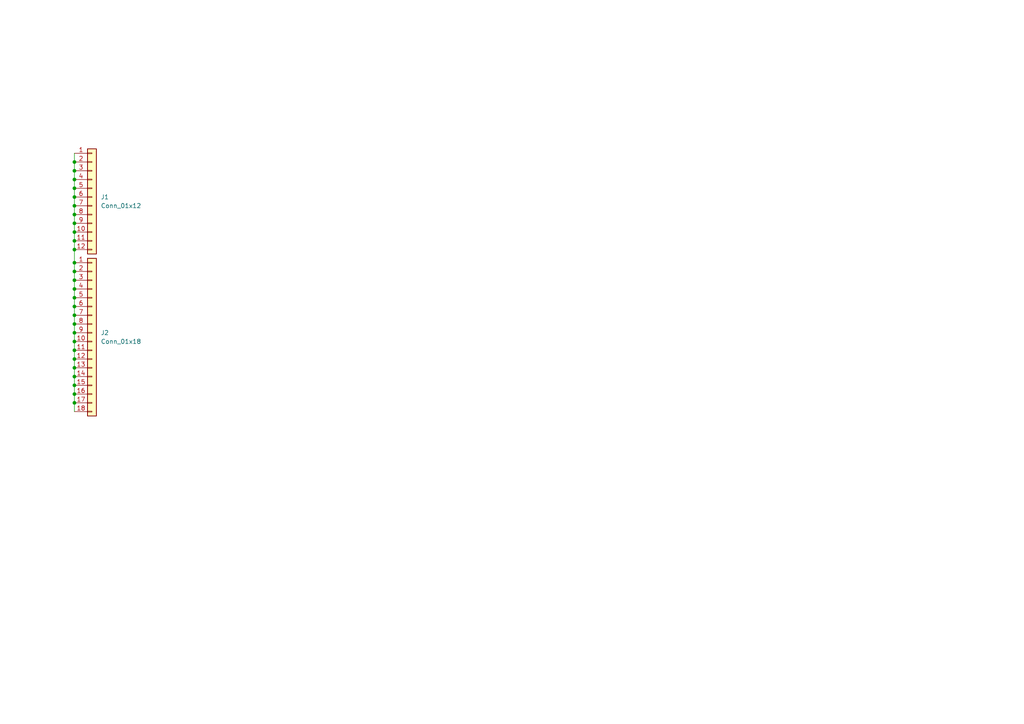
<source format=kicad_sch>
(kicad_sch (version 20211123) (generator eeschema)
  (paper "A4")
  (lib_symbols
    (symbol "Connector_Generic:Conn_01x12" (pin_names (offset 1.016) hide)
      (property "Reference" "J" (at 0 15.24 0))
      (property "Value" "Conn_01x12" (at 0 -17.78 0))
      (symbol "Conn_01x12_1_1"
        (rectangle (start -1.27 -15.113) (end 0 -15.367) (stroke (width 0.1524)))
        (rectangle (start -1.27 -12.573) (end 0 -12.827) (stroke (width 0.1524)))
        (rectangle (start -1.27 -10.033) (end 0 -10.287) (stroke (width 0.1524)))
        (rectangle (start -1.27 -7.493) (end 0 -7.747) (stroke (width 0.1524)))
        (rectangle (start -1.27 -4.953) (end 0 -5.207) (stroke (width 0.1524)))
        (rectangle (start -1.27 -2.413) (end 0 -2.667) (stroke (width 0.1524)))
        (rectangle (start -1.27 0.127) (end 0 -0.127) (stroke (width 0.1524)))
        (rectangle (start -1.27 2.667) (end 0 2.413) (stroke (width 0.1524)))
        (rectangle (start -1.27 5.207) (end 0 4.953) (stroke (width 0.1524)))
        (rectangle (start -1.27 7.747) (end 0 7.493) (stroke (width 0.1524)))
        (rectangle (start -1.27 10.287) (end 0 10.033) (stroke (width 0.1524)))
        (rectangle (start -1.27 12.827) (end 0 12.573) (stroke (width 0.1524)))
        (rectangle (start -1.27 13.97) (end 1.27 -16.51) (stroke (width 0.254)) (fill (type background)))
        (pin passive line (at -5.08 12.7 0) (length 3.81) (name "Pin_1") (number "1"))
        (pin passive line (at -5.08 -10.16 0) (length 3.81) (name "Pin_10") (number "10"))
        (pin passive line (at -5.08 -12.7 0) (length 3.81) (name "Pin_11") (number "11"))
        (pin passive line (at -5.08 -15.24 0) (length 3.81) (name "Pin_12") (number "12"))
        (pin passive line (at -5.08 10.16 0) (length 3.81) (name "Pin_2") (number "2"))
        (pin passive line (at -5.08 7.62 0) (length 3.81) (name "Pin_3") (number "3"))
        (pin passive line (at -5.08 5.08 0) (length 3.81) (name "Pin_4") (number "4"))
        (pin passive line (at -5.08 2.54 0) (length 3.81) (name "Pin_5") (number "5"))
        (pin passive line (at -5.08 0 0) (length 3.81) (name "Pin_6") (number "6"))
        (pin passive line (at -5.08 -2.54 0) (length 3.81) (name "Pin_7") (number "7"))
        (pin passive line (at -5.08 -5.08 0) (length 3.81) (name "Pin_8") (number "8"))
        (pin passive line (at -5.08 -7.62 0) (length 3.81) (name "Pin_9") (number "9"))
      )
    )
    (symbol "Connector_Generic:Conn_01x18" (pin_names (offset 1.016) hide)
      (property "Reference" "J" (at 0 22.86 0))
      (property "Value" "Conn_01x18" (at 0 -25.4 0))
      (symbol "Conn_01x18_1_1"
        (rectangle (start -1.27 -22.733) (end 0 -22.987) (stroke (width 0.1524)))
        (rectangle (start -1.27 -20.193) (end 0 -20.447) (stroke (width 0.1524)))
        (rectangle (start -1.27 -17.653) (end 0 -17.907) (stroke (width 0.1524)))
        (rectangle (start -1.27 -15.113) (end 0 -15.367) (stroke (width 0.1524)))
        (rectangle (start -1.27 -12.573) (end 0 -12.827) (stroke (width 0.1524)))
        (rectangle (start -1.27 -10.033) (end 0 -10.287) (stroke (width 0.1524)))
        (rectangle (start -1.27 -7.493) (end 0 -7.747) (stroke (width 0.1524)))
        (rectangle (start -1.27 -4.953) (end 0 -5.207) (stroke (width 0.1524)))
        (rectangle (start -1.27 -2.413) (end 0 -2.667) (stroke (width 0.1524)))
        (rectangle (start -1.27 0.127) (end 0 -0.127) (stroke (width 0.1524)))
        (rectangle (start -1.27 2.667) (end 0 2.413) (stroke (width 0.1524)))
        (rectangle (start -1.27 5.207) (end 0 4.953) (stroke (width 0.1524)))
        (rectangle (start -1.27 7.747) (end 0 7.493) (stroke (width 0.1524)))
        (rectangle (start -1.27 10.287) (end 0 10.033) (stroke (width 0.1524)))
        (rectangle (start -1.27 12.827) (end 0 12.573) (stroke (width 0.1524)))
        (rectangle (start -1.27 15.367) (end 0 15.113) (stroke (width 0.1524)))
        (rectangle (start -1.27 17.907) (end 0 17.653) (stroke (width 0.1524)))
        (rectangle (start -1.27 20.447) (end 0 20.193) (stroke (width 0.1524)))
        (rectangle (start -1.27 21.59) (end 1.27 -24.13) (stroke (width 0.254)) (fill (type background)))
        (pin passive line (at -5.08 20.32 0) (length 3.81) (name "Pin_1") (number "1"))
        (pin passive line (at -5.08 -2.54 0) (length 3.81) (name "Pin_10") (number "10"))
        (pin passive line (at -5.08 -5.08 0) (length 3.81) (name "Pin_11") (number "11"))
        (pin passive line (at -5.08 -7.62 0) (length 3.81) (name "Pin_12") (number "12"))
        (pin passive line (at -5.08 -10.16 0) (length 3.81) (name "Pin_13") (number "13"))
        (pin passive line (at -5.08 -12.7 0) (length 3.81) (name "Pin_14") (number "14"))
        (pin passive line (at -5.08 -15.24 0) (length 3.81) (name "Pin_15") (number "15"))
        (pin passive line (at -5.08 -17.78 0) (length 3.81) (name "Pin_16") (number "16"))
        (pin passive line (at -5.08 -20.32 0) (length 3.81) (name "Pin_17") (number "17"))
        (pin passive line (at -5.08 -22.86 0) (length 3.81) (name "Pin_18") (number "18"))
        (pin passive line (at -5.08 17.78 0) (length 3.81) (name "Pin_2") (number "2"))
        (pin passive line (at -5.08 15.24 0) (length 3.81) (name "Pin_3") (number "3"))
        (pin passive line (at -5.08 12.7 0) (length 3.81) (name "Pin_4") (number "4"))
        (pin passive line (at -5.08 10.16 0) (length 3.81) (name "Pin_5") (number "5"))
        (pin passive line (at -5.08 7.62 0) (length 3.81) (name "Pin_6") (number "6"))
        (pin passive line (at -5.08 5.08 0) (length 3.81) (name "Pin_7") (number "7"))
        (pin passive line (at -5.08 2.54 0) (length 3.81) (name "Pin_8") (number "8"))
        (pin passive line (at -5.08 0 0) (length 3.81) (name "Pin_9") (number "9"))
      )
    )
  )
  (junction (at 21.59 46.99))
  (junction (at 21.59 83.82))
  (junction (at 21.59 109.22))
  (junction (at 21.59 93.98))
  (junction (at 21.59 106.68))
  (junction (at 21.59 78.74))
  (junction (at 21.59 52.07))
  (junction (at 21.59 69.85))
  (junction (at 21.59 76.2))
  (junction (at 21.59 116.84))
  (junction (at 21.59 62.23))
  (junction (at 21.59 91.44))
  (junction (at 21.59 111.76))
  (junction (at 21.59 99.06))
  (junction (at 21.59 49.53))
  (junction (at 21.59 81.28))
  (junction (at 21.59 64.77))
  (junction (at 21.59 96.52))
  (junction (at 21.59 57.15))
  (junction (at 21.59 101.6))
  (junction (at 21.59 72.39))
  (junction (at 21.59 54.61))
  (junction (at 21.59 104.14))
  (junction (at 21.59 86.36))
  (junction (at 21.59 88.9))
  (junction (at 21.59 114.3))
  (junction (at 21.59 59.69))
  (junction (at 21.59 67.31))
  (wire (pts (xy 21.59 116.84) (xy 21.59 119.38)))
  (wire (pts (xy 21.59 49.53) (xy 21.59 52.07)))
  (wire (pts (xy 21.59 101.6) (xy 21.59 104.14)))
  (wire (pts (xy 21.59 78.74) (xy 21.59 81.28)))
  (wire (pts (xy 21.59 54.61) (xy 21.59 57.15)))
  (wire (pts (xy 21.59 57.15) (xy 21.59 59.69)))
  (wire (pts (xy 21.59 52.07) (xy 21.59 54.61)))
  (wire (pts (xy 21.59 62.23) (xy 21.59 64.77)))
  (wire (pts (xy 21.59 109.22) (xy 21.59 111.76)))
  (wire (pts (xy 21.59 96.52) (xy 21.59 99.06)))
  (wire (pts (xy 21.59 99.06) (xy 21.59 101.6)))
  (wire (pts (xy 21.59 59.69) (xy 21.59 62.23)))
  (wire (pts (xy 21.59 81.28) (xy 21.59 83.82)))
  (wire (pts (xy 21.59 46.99) (xy 21.59 49.53)))
  (wire (pts (xy 21.59 76.2) (xy 21.59 78.74)))
  (wire (pts (xy 21.59 93.98) (xy 21.59 96.52)))
  (wire (pts (xy 21.59 114.3) (xy 21.59 116.84)))
  (wire (pts (xy 21.59 106.68) (xy 21.59 109.22)))
  (wire (pts (xy 21.59 88.9) (xy 21.59 91.44)))
  (wire (pts (xy 21.59 111.76) (xy 21.59 114.3)))
  (wire (pts (xy 21.59 91.44) (xy 21.59 93.98)))
  (wire (pts (xy 21.59 44.45) (xy 21.59 46.99)))
  (wire (pts (xy 21.59 83.82) (xy 21.59 86.36)))
  (wire (pts (xy 21.59 64.77) (xy 21.59 67.31)))
  (wire (pts (xy 21.59 86.36) (xy 21.59 88.9)))
  (wire (pts (xy 21.59 69.85) (xy 21.59 72.39)))
  (wire (pts (xy 21.59 67.31) (xy 21.59 69.85)))
  (wire (pts (xy 21.59 104.14) (xy 21.59 106.68)))
  (wire (pts (xy 21.59 72.39) (xy 21.59 76.2)))
  (symbol (lib_id "Connector_Generic:Conn_01x18") (at 26.67 96.52 0) (unit 1)
    (property "Reference" "J2" (at 29.21 96.5199 0) (effects (justify left)))
    (property "Value" "Conn_01x18" (at 29.21 99.0599 0) (effects (justify left)))
    (property "Footprint" "1024_dry_electrodes:CPA_18" (effects hide))
  )
  (symbol (lib_id "Connector_Generic:Conn_01x12") (at 26.67 57.15 0) (unit 1)
    (property "Reference" "J1" (at 29.21 57.1499 0) (effects (justify left)))
    (property "Value" "Conn_01x12" (at 29.21 59.6899 0) (effects (justify left)))
    (property "Footprint" "1024_dry_electrodes:CPA_12" (effects hide))
  )
)
</source>
